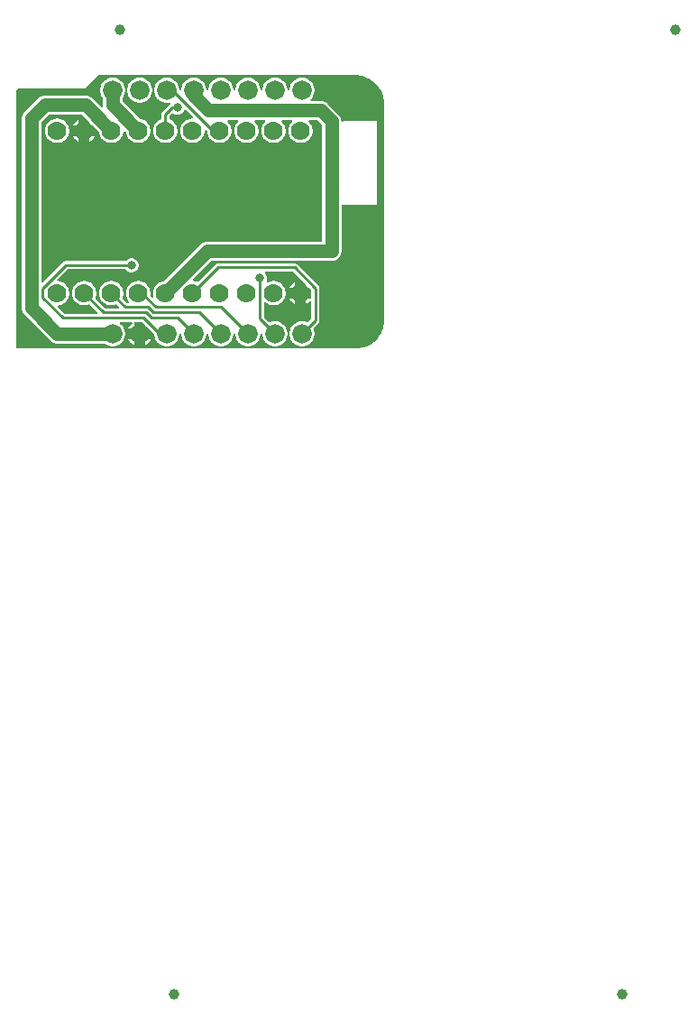
<source format=gtl>
G04 Layer: TopLayer*
G04 EasyEDA v6.5.9, 2022-07-22 15:10:41*
G04 7b4b3cc524da4ca09f73bc94dfdf97f7,4245c91a3b6e4cf7aa995480f5c7e4a3,10*
G04 Gerber Generator version 0.2*
G04 Scale: 100 percent, Rotated: No, Reflected: No *
G04 Dimensions in millimeters *
G04 leading zeros omitted , absolute positions ,4 integer and 5 decimal *
%FSLAX45Y45*%
%MOMM*%

%ADD10C,0.2500*%
%ADD11C,1.3000*%
%ADD12C,1.0000*%
%ADD13C,1.7780*%
%ADD14C,1.8288*%
%ADD15C,0.8000*%
%ADD16C,0.7000*%
%ADD17C,0.0154*%

%LPD*%
G36*
X734568Y17209008D02*
G01*
X730656Y17209770D01*
X727405Y17212005D01*
X725170Y17215256D01*
X724408Y17219168D01*
X724408Y19636232D01*
X725170Y19640143D01*
X727405Y19643394D01*
X730656Y19645630D01*
X734568Y19646392D01*
X1345793Y19646392D01*
X1349603Y19646696D01*
X1356664Y19648728D01*
X1361541Y19651472D01*
X1364792Y19654266D01*
X1480972Y19770394D01*
X1484274Y19772630D01*
X1488135Y19773392D01*
X3903472Y19773392D01*
X3909669Y19773950D01*
X3925620Y19773290D01*
X3946956Y19770699D01*
X3968089Y19766483D01*
X3988765Y19760641D01*
X4008932Y19753122D01*
X4028490Y19744131D01*
X4047236Y19733564D01*
X4065117Y19721576D01*
X4081983Y19708215D01*
X4097782Y19693585D01*
X4112361Y19677786D01*
X4125671Y19660870D01*
X4137558Y19642937D01*
X4148074Y19624141D01*
X4157065Y19604634D01*
X4164482Y19584416D01*
X4170273Y19563689D01*
X4174439Y19542556D01*
X4176928Y19521220D01*
X4177792Y19499427D01*
X4177792Y17483785D01*
X4176877Y17461179D01*
X4174337Y17439843D01*
X4170070Y17418710D01*
X4164228Y17398034D01*
X4156760Y17377867D01*
X4147718Y17358309D01*
X4137151Y17339564D01*
X4125163Y17321682D01*
X4111853Y17304816D01*
X4097223Y17289018D01*
X4081373Y17274438D01*
X4064457Y17261128D01*
X4046575Y17249241D01*
X4027779Y17238726D01*
X4008221Y17229734D01*
X3988003Y17222317D01*
X3967276Y17216526D01*
X3946194Y17212360D01*
X3924808Y17209871D01*
X3903014Y17209008D01*
G37*

%LPC*%
G36*
X1931670Y17243298D02*
G01*
X1936140Y17245380D01*
X1948586Y17253254D01*
X1959914Y17262652D01*
X1970024Y17273422D01*
X1978660Y17285309D01*
X1984603Y17296130D01*
X1931670Y17296130D01*
G37*
G36*
X1625600Y17230852D02*
G01*
X1640281Y17231817D01*
X1654759Y17234560D01*
X1668780Y17239132D01*
X1682140Y17245380D01*
X1694586Y17253254D01*
X1705914Y17262652D01*
X1716024Y17273422D01*
X1724660Y17285309D01*
X1731772Y17298263D01*
X1737207Y17311928D01*
X1740865Y17326203D01*
X1742693Y17340834D01*
X1742693Y17355566D01*
X1740865Y17370196D01*
X1737207Y17384471D01*
X1731772Y17398136D01*
X1724660Y17411090D01*
X1716024Y17422977D01*
X1705914Y17433747D01*
X1698701Y17439690D01*
X1696110Y17442891D01*
X1695043Y17446904D01*
X1695602Y17450968D01*
X1697786Y17454473D01*
X1701139Y17456861D01*
X1705203Y17457674D01*
X1799996Y17457674D01*
X1804060Y17456861D01*
X1807413Y17454473D01*
X1809597Y17450968D01*
X1810156Y17446904D01*
X1809089Y17442891D01*
X1806498Y17439690D01*
X1799285Y17433747D01*
X1789175Y17422977D01*
X1780539Y17411090D01*
X1774596Y17400270D01*
X1827530Y17400270D01*
X1827530Y17447514D01*
X1828292Y17451425D01*
X1830527Y17454727D01*
X1833778Y17456912D01*
X1837689Y17457674D01*
X1898650Y17457674D01*
X1902561Y17456912D01*
X1905863Y17454727D01*
X1928672Y17431867D01*
X1930907Y17428565D01*
X1931670Y17424704D01*
X1931670Y17400270D01*
X1956104Y17400270D01*
X1959965Y17399508D01*
X1963267Y17397272D01*
X2013559Y17346980D01*
X2015540Y17344288D01*
X2016455Y17341088D01*
X2018334Y17326203D01*
X2021992Y17311928D01*
X2027428Y17298263D01*
X2034539Y17285309D01*
X2043175Y17273422D01*
X2053285Y17262652D01*
X2064613Y17253254D01*
X2077059Y17245380D01*
X2090420Y17239132D01*
X2104440Y17234560D01*
X2118918Y17231817D01*
X2133600Y17230852D01*
X2148281Y17231817D01*
X2162759Y17234560D01*
X2176780Y17239132D01*
X2190140Y17245380D01*
X2202586Y17253254D01*
X2213914Y17262652D01*
X2224024Y17273422D01*
X2232660Y17285309D01*
X2239772Y17298263D01*
X2245207Y17311928D01*
X2248865Y17326203D01*
X2250541Y17339462D01*
X2251862Y17343374D01*
X2254707Y17346422D01*
X2258517Y17348098D01*
X2262682Y17348098D01*
X2266492Y17346422D01*
X2269337Y17343374D01*
X2270658Y17339462D01*
X2272334Y17326203D01*
X2275992Y17311928D01*
X2281428Y17298263D01*
X2288540Y17285309D01*
X2297176Y17273422D01*
X2307285Y17262652D01*
X2318613Y17253254D01*
X2331059Y17245380D01*
X2344420Y17239132D01*
X2358440Y17234560D01*
X2372918Y17231817D01*
X2387600Y17230852D01*
X2402281Y17231817D01*
X2416759Y17234560D01*
X2430780Y17239132D01*
X2444140Y17245380D01*
X2456586Y17253254D01*
X2467914Y17262652D01*
X2478024Y17273422D01*
X2486660Y17285309D01*
X2493772Y17298263D01*
X2499207Y17311928D01*
X2502865Y17326203D01*
X2504541Y17339462D01*
X2505862Y17343374D01*
X2508707Y17346422D01*
X2512517Y17348098D01*
X2516682Y17348098D01*
X2520492Y17346422D01*
X2523337Y17343374D01*
X2524658Y17339462D01*
X2526334Y17326203D01*
X2529992Y17311928D01*
X2535428Y17298263D01*
X2542540Y17285309D01*
X2551176Y17273422D01*
X2561285Y17262652D01*
X2572613Y17253254D01*
X2585059Y17245380D01*
X2598420Y17239132D01*
X2612440Y17234560D01*
X2626918Y17231817D01*
X2641600Y17230852D01*
X2656281Y17231817D01*
X2670759Y17234560D01*
X2684780Y17239132D01*
X2698140Y17245380D01*
X2710586Y17253254D01*
X2721914Y17262652D01*
X2732024Y17273422D01*
X2740660Y17285309D01*
X2747772Y17298263D01*
X2753207Y17311928D01*
X2756865Y17326203D01*
X2758541Y17339462D01*
X2759862Y17343374D01*
X2762707Y17346422D01*
X2766517Y17348098D01*
X2770682Y17348098D01*
X2774492Y17346422D01*
X2777337Y17343374D01*
X2778658Y17339462D01*
X2780334Y17326203D01*
X2783992Y17311928D01*
X2789428Y17298263D01*
X2796540Y17285309D01*
X2805176Y17273422D01*
X2815285Y17262652D01*
X2826613Y17253254D01*
X2839059Y17245380D01*
X2852420Y17239132D01*
X2866440Y17234560D01*
X2880918Y17231817D01*
X2895600Y17230852D01*
X2910281Y17231817D01*
X2924759Y17234560D01*
X2938780Y17239132D01*
X2952140Y17245380D01*
X2964586Y17253254D01*
X2975914Y17262652D01*
X2986024Y17273422D01*
X2994660Y17285309D01*
X3001772Y17298263D01*
X3007207Y17311928D01*
X3010865Y17326203D01*
X3012541Y17339462D01*
X3013862Y17343374D01*
X3016707Y17346422D01*
X3020517Y17348098D01*
X3024682Y17348098D01*
X3028492Y17346422D01*
X3031337Y17343374D01*
X3032658Y17339462D01*
X3034334Y17326203D01*
X3037992Y17311928D01*
X3043428Y17298263D01*
X3050540Y17285309D01*
X3059176Y17273422D01*
X3069285Y17262652D01*
X3080613Y17253254D01*
X3093059Y17245380D01*
X3106420Y17239132D01*
X3120440Y17234560D01*
X3134918Y17231817D01*
X3149600Y17230852D01*
X3164281Y17231817D01*
X3178759Y17234560D01*
X3192780Y17239132D01*
X3206140Y17245380D01*
X3218586Y17253254D01*
X3229914Y17262652D01*
X3240024Y17273422D01*
X3248660Y17285309D01*
X3255772Y17298263D01*
X3261207Y17311928D01*
X3264865Y17326203D01*
X3266541Y17339462D01*
X3267862Y17343374D01*
X3270707Y17346422D01*
X3274517Y17348098D01*
X3278682Y17348098D01*
X3282492Y17346422D01*
X3285337Y17343374D01*
X3286658Y17339462D01*
X3288334Y17326203D01*
X3291992Y17311928D01*
X3297428Y17298263D01*
X3304540Y17285309D01*
X3313176Y17273422D01*
X3323285Y17262652D01*
X3334613Y17253254D01*
X3347059Y17245380D01*
X3360420Y17239132D01*
X3374440Y17234560D01*
X3388918Y17231817D01*
X3403600Y17230852D01*
X3418281Y17231817D01*
X3432759Y17234560D01*
X3446779Y17239132D01*
X3460140Y17245380D01*
X3472586Y17253254D01*
X3483914Y17262652D01*
X3494024Y17273422D01*
X3502660Y17285309D01*
X3509772Y17298263D01*
X3515207Y17311928D01*
X3518865Y17326203D01*
X3520694Y17340834D01*
X3520694Y17355566D01*
X3518865Y17370196D01*
X3515207Y17384471D01*
X3511702Y17393310D01*
X3510991Y17397171D01*
X3511753Y17400981D01*
X3513937Y17404232D01*
X3558184Y17448428D01*
X3563264Y17454626D01*
X3566820Y17461280D01*
X3569004Y17468494D01*
X3569766Y17476470D01*
X3569766Y17771872D01*
X3569004Y17779847D01*
X3566820Y17787061D01*
X3563264Y17793716D01*
X3558184Y17799913D01*
X3360775Y17997322D01*
X3354578Y18002402D01*
X3347923Y18005958D01*
X3340709Y18008142D01*
X3332734Y18008904D01*
X2616708Y18008904D01*
X2608732Y18008142D01*
X2601518Y18005958D01*
X2594864Y18002402D01*
X2588666Y17997322D01*
X2428951Y17837607D01*
X2425750Y17835422D01*
X2421890Y17834610D01*
X2418029Y17835321D01*
X2410358Y17838369D01*
X2396388Y17841976D01*
X2386634Y17843195D01*
X2382418Y17844719D01*
X2379268Y17847919D01*
X2377795Y17852186D01*
X2378303Y17856657D01*
X2380742Y17860467D01*
X2549296Y18029021D01*
X2552598Y18031206D01*
X2556459Y18031968D01*
X3682847Y18031968D01*
X3689197Y18032222D01*
X3695395Y18032831D01*
X3701491Y18033898D01*
X3707536Y18035371D01*
X3713429Y18037251D01*
X3719220Y18039537D01*
X3724808Y18042178D01*
X3730244Y18045226D01*
X3735425Y18048630D01*
X3740353Y18052389D01*
X3745026Y18056453D01*
X3749446Y18060873D01*
X3753510Y18065546D01*
X3757269Y18070474D01*
X3760673Y18075656D01*
X3763721Y18081091D01*
X3766362Y18086679D01*
X3768648Y18092470D01*
X3770528Y18098363D01*
X3772001Y18104408D01*
X3773068Y18110504D01*
X3773678Y18116702D01*
X3773932Y18123052D01*
X3773932Y18547334D01*
X3774846Y18551550D01*
X3777487Y18555055D01*
X3781298Y18557087D01*
X3785666Y18557341D01*
X3791965Y18554700D01*
X4107434Y18554700D01*
X4108450Y18555716D01*
X4108450Y19341084D01*
X4107434Y19342100D01*
X3791965Y19342100D01*
X3785565Y19339204D01*
X3781348Y19339306D01*
X3777538Y19341084D01*
X3774795Y19344284D01*
X3773576Y19348297D01*
X3773068Y19354495D01*
X3771290Y19363791D01*
X3770579Y19366433D01*
X3766464Y19378168D01*
X3760774Y19389191D01*
X3755339Y19397167D01*
X3753612Y19399351D01*
X3747109Y19406565D01*
X3645865Y19507809D01*
X3638651Y19514312D01*
X3636467Y19516039D01*
X3628491Y19521474D01*
X3617468Y19527164D01*
X3605733Y19531279D01*
X3603091Y19531990D01*
X3590848Y19534124D01*
X3581146Y19534632D01*
X3494176Y19534632D01*
X3490366Y19535343D01*
X3487064Y19537527D01*
X3484879Y19540728D01*
X3484016Y19544538D01*
X3484727Y19548398D01*
X3486759Y19551700D01*
X3494024Y19559422D01*
X3502660Y19571309D01*
X3509772Y19584263D01*
X3515207Y19597928D01*
X3518865Y19612203D01*
X3520694Y19626834D01*
X3520694Y19641566D01*
X3518865Y19656196D01*
X3515207Y19670471D01*
X3509772Y19684136D01*
X3502660Y19697090D01*
X3494024Y19708977D01*
X3483914Y19719747D01*
X3472586Y19729145D01*
X3460140Y19737019D01*
X3446779Y19743267D01*
X3432759Y19747839D01*
X3418281Y19750582D01*
X3403600Y19751548D01*
X3388918Y19750582D01*
X3374440Y19747839D01*
X3360420Y19743267D01*
X3347059Y19737019D01*
X3334613Y19729145D01*
X3323285Y19719747D01*
X3313176Y19708977D01*
X3304540Y19697090D01*
X3297428Y19684136D01*
X3291992Y19670471D01*
X3288334Y19656196D01*
X3286658Y19642937D01*
X3285337Y19639026D01*
X3282492Y19635978D01*
X3278682Y19634301D01*
X3274517Y19634301D01*
X3270707Y19635978D01*
X3267862Y19639026D01*
X3266541Y19642937D01*
X3264865Y19656196D01*
X3261207Y19670471D01*
X3255772Y19684136D01*
X3248660Y19697090D01*
X3240024Y19708977D01*
X3229914Y19719747D01*
X3218586Y19729145D01*
X3206140Y19737019D01*
X3192780Y19743267D01*
X3178759Y19747839D01*
X3164281Y19750582D01*
X3149600Y19751548D01*
X3134918Y19750582D01*
X3120440Y19747839D01*
X3106420Y19743267D01*
X3093059Y19737019D01*
X3080613Y19729145D01*
X3069285Y19719747D01*
X3059176Y19708977D01*
X3050540Y19697090D01*
X3043428Y19684136D01*
X3037992Y19670471D01*
X3034334Y19656196D01*
X3032658Y19642937D01*
X3031337Y19639026D01*
X3028492Y19635978D01*
X3024682Y19634301D01*
X3020517Y19634301D01*
X3016707Y19635978D01*
X3013862Y19639026D01*
X3012541Y19642937D01*
X3010865Y19656196D01*
X3007207Y19670471D01*
X3001772Y19684136D01*
X2994660Y19697090D01*
X2986024Y19708977D01*
X2975914Y19719747D01*
X2964586Y19729145D01*
X2952140Y19737019D01*
X2938780Y19743267D01*
X2924759Y19747839D01*
X2910281Y19750582D01*
X2895600Y19751548D01*
X2880918Y19750582D01*
X2866440Y19747839D01*
X2852420Y19743267D01*
X2839059Y19737019D01*
X2826613Y19729145D01*
X2815285Y19719747D01*
X2805176Y19708977D01*
X2796540Y19697090D01*
X2789428Y19684136D01*
X2783992Y19670471D01*
X2780334Y19656196D01*
X2778658Y19642937D01*
X2777337Y19639026D01*
X2774492Y19635978D01*
X2770682Y19634301D01*
X2766517Y19634301D01*
X2762707Y19635978D01*
X2759862Y19639026D01*
X2758541Y19642937D01*
X2756865Y19656196D01*
X2753207Y19670471D01*
X2747772Y19684136D01*
X2740660Y19697090D01*
X2732024Y19708977D01*
X2721914Y19719747D01*
X2710586Y19729145D01*
X2698140Y19737019D01*
X2684780Y19743267D01*
X2670759Y19747839D01*
X2656281Y19750582D01*
X2641600Y19751548D01*
X2626918Y19750582D01*
X2612440Y19747839D01*
X2598420Y19743267D01*
X2585059Y19737019D01*
X2572613Y19729145D01*
X2561285Y19719747D01*
X2551176Y19708977D01*
X2542540Y19697090D01*
X2535428Y19684136D01*
X2529992Y19670471D01*
X2526334Y19656196D01*
X2524658Y19642937D01*
X2523337Y19639026D01*
X2520492Y19635978D01*
X2516682Y19634301D01*
X2512517Y19634301D01*
X2508707Y19635978D01*
X2505862Y19639026D01*
X2504541Y19642937D01*
X2502865Y19656196D01*
X2499207Y19670471D01*
X2493772Y19684136D01*
X2486660Y19697090D01*
X2478024Y19708977D01*
X2467914Y19719747D01*
X2456586Y19729145D01*
X2444140Y19737019D01*
X2430780Y19743267D01*
X2416759Y19747839D01*
X2402281Y19750582D01*
X2387600Y19751548D01*
X2372918Y19750582D01*
X2358440Y19747839D01*
X2344420Y19743267D01*
X2331059Y19737019D01*
X2318613Y19729145D01*
X2307285Y19719747D01*
X2297176Y19708977D01*
X2288540Y19697090D01*
X2281428Y19684136D01*
X2275992Y19670471D01*
X2272334Y19656196D01*
X2270658Y19642937D01*
X2269337Y19639026D01*
X2266492Y19635978D01*
X2262682Y19634301D01*
X2258517Y19634301D01*
X2254707Y19635978D01*
X2251862Y19639026D01*
X2250541Y19642937D01*
X2248865Y19656196D01*
X2245207Y19670471D01*
X2239772Y19684136D01*
X2232660Y19697090D01*
X2224024Y19708977D01*
X2213914Y19719747D01*
X2202586Y19729145D01*
X2190140Y19737019D01*
X2176780Y19743267D01*
X2162759Y19747839D01*
X2148281Y19750582D01*
X2133600Y19751548D01*
X2118918Y19750582D01*
X2104440Y19747839D01*
X2090420Y19743267D01*
X2077059Y19737019D01*
X2064613Y19729145D01*
X2053285Y19719747D01*
X2043175Y19708977D01*
X2034539Y19697090D01*
X2027428Y19684136D01*
X2021992Y19670471D01*
X2018334Y19656196D01*
X2016658Y19642937D01*
X2015337Y19639026D01*
X2012492Y19635978D01*
X2008682Y19634301D01*
X2004517Y19634301D01*
X2000707Y19635978D01*
X1997862Y19639026D01*
X1996541Y19642937D01*
X1994865Y19656196D01*
X1991207Y19670471D01*
X1985772Y19684136D01*
X1978660Y19697090D01*
X1970024Y19708977D01*
X1959914Y19719747D01*
X1948586Y19729145D01*
X1936140Y19737019D01*
X1922780Y19743267D01*
X1908759Y19747839D01*
X1894281Y19750582D01*
X1879600Y19751548D01*
X1864918Y19750582D01*
X1850440Y19747839D01*
X1836420Y19743267D01*
X1823059Y19737019D01*
X1810613Y19729145D01*
X1799285Y19719747D01*
X1789175Y19708977D01*
X1780539Y19697090D01*
X1773428Y19684136D01*
X1767992Y19670471D01*
X1764334Y19656196D01*
X1762658Y19642937D01*
X1761337Y19639026D01*
X1758492Y19635978D01*
X1754682Y19634301D01*
X1750517Y19634301D01*
X1746707Y19635978D01*
X1743862Y19639026D01*
X1742541Y19642937D01*
X1740865Y19656196D01*
X1737207Y19670471D01*
X1731772Y19684136D01*
X1724660Y19697090D01*
X1716024Y19708977D01*
X1705914Y19719747D01*
X1694586Y19729145D01*
X1682140Y19737019D01*
X1668780Y19743267D01*
X1654759Y19747839D01*
X1640281Y19750582D01*
X1625600Y19751548D01*
X1610918Y19750582D01*
X1596440Y19747839D01*
X1582420Y19743267D01*
X1569059Y19737019D01*
X1556613Y19729145D01*
X1545285Y19719747D01*
X1535176Y19708977D01*
X1526540Y19697090D01*
X1519428Y19684136D01*
X1513992Y19670471D01*
X1510334Y19656196D01*
X1508506Y19641566D01*
X1508506Y19626834D01*
X1510334Y19612203D01*
X1513992Y19597928D01*
X1519428Y19584263D01*
X1526540Y19571309D01*
X1532737Y19562775D01*
X1534210Y19559930D01*
X1534668Y19556831D01*
X1534668Y19494754D01*
X1535226Y19484492D01*
X1534617Y19480479D01*
X1532534Y19477024D01*
X1529232Y19474637D01*
X1525270Y19473773D01*
X1521307Y19474535D01*
X1517904Y19476770D01*
X1436065Y19558609D01*
X1428851Y19565112D01*
X1426667Y19566839D01*
X1418691Y19572274D01*
X1407668Y19577964D01*
X1395933Y19582079D01*
X1393291Y19582790D01*
X1381048Y19584924D01*
X1371346Y19585432D01*
X990853Y19585432D01*
X981151Y19584924D01*
X968908Y19582790D01*
X966266Y19582079D01*
X954532Y19577964D01*
X943508Y19572274D01*
X935532Y19566839D01*
X933348Y19565112D01*
X926134Y19558609D01*
X799490Y19431965D01*
X792988Y19424751D01*
X791260Y19422567D01*
X785825Y19414591D01*
X780135Y19403568D01*
X776020Y19391833D01*
X775309Y19389191D01*
X773176Y19376948D01*
X772668Y19367246D01*
X772668Y17589754D01*
X773176Y17580051D01*
X775309Y17567808D01*
X776020Y17565166D01*
X780135Y17553432D01*
X785825Y17542408D01*
X791260Y17534432D01*
X792988Y17532248D01*
X799490Y17525034D01*
X1040434Y17284090D01*
X1047648Y17277588D01*
X1049832Y17275860D01*
X1057808Y17270425D01*
X1068832Y17264735D01*
X1080566Y17260620D01*
X1083208Y17259909D01*
X1095451Y17257776D01*
X1105154Y17257268D01*
X1548130Y17257268D01*
X1551584Y17256709D01*
X1554581Y17254982D01*
X1556613Y17253254D01*
X1569059Y17245380D01*
X1582420Y17239132D01*
X1596440Y17234560D01*
X1610918Y17231817D01*
G37*
G36*
X1827530Y17243298D02*
G01*
X1827530Y17296130D01*
X1774596Y17296130D01*
X1780539Y17285309D01*
X1789175Y17273422D01*
X1799285Y17262652D01*
X1810613Y17253254D01*
X1823059Y17245380D01*
G37*

%LPD*%
G36*
X1177696Y17534483D02*
G01*
X1173784Y17535296D01*
X1170533Y17537480D01*
X1110132Y17597882D01*
X1107744Y17601692D01*
X1107186Y17606162D01*
X1108659Y17610378D01*
X1111808Y17613579D01*
X1116025Y17615154D01*
X1126388Y17616424D01*
X1140358Y17620030D01*
X1153769Y17625314D01*
X1166418Y17632273D01*
X1178052Y17640757D01*
X1188567Y17650612D01*
X1197762Y17661737D01*
X1205484Y17673878D01*
X1211630Y17686934D01*
X1216101Y17700650D01*
X1218793Y17714823D01*
X1219708Y17729200D01*
X1218793Y17743576D01*
X1216101Y17757749D01*
X1211630Y17771465D01*
X1205484Y17784521D01*
X1197762Y17796662D01*
X1188567Y17807787D01*
X1178052Y17817642D01*
X1166418Y17826126D01*
X1153769Y17833086D01*
X1140358Y17838369D01*
X1126388Y17841976D01*
X1113332Y17843601D01*
X1109116Y17845125D01*
X1105966Y17848326D01*
X1104493Y17852593D01*
X1105052Y17857063D01*
X1107440Y17860873D01*
X1196594Y17950027D01*
X1199896Y17952212D01*
X1203807Y17953024D01*
X1746250Y17953024D01*
X1749348Y17952516D01*
X1752142Y17951145D01*
X1755292Y17947741D01*
X1762963Y17940375D01*
X1771700Y17934330D01*
X1781251Y17929809D01*
X1791462Y17926862D01*
X1801977Y17925592D01*
X1812543Y17925999D01*
X1822957Y17928132D01*
X1832864Y17931892D01*
X1842058Y17937175D01*
X1850237Y17943880D01*
X1857298Y17951805D01*
X1862937Y17960797D01*
X1867103Y17970550D01*
X1869643Y17980812D01*
X1870506Y17991378D01*
X1869643Y18001996D01*
X1867103Y18012257D01*
X1862937Y18022011D01*
X1857298Y18031002D01*
X1850237Y18038927D01*
X1842058Y18045633D01*
X1832864Y18050916D01*
X1822957Y18054675D01*
X1812543Y18056809D01*
X1801977Y18057215D01*
X1791462Y18055945D01*
X1781251Y18052999D01*
X1771700Y18048478D01*
X1762963Y18042432D01*
X1755292Y18035066D01*
X1752142Y18031714D01*
X1749348Y18030291D01*
X1746300Y18029834D01*
X1184148Y18029834D01*
X1176172Y18029021D01*
X1169009Y18026837D01*
X1162354Y18023332D01*
X1156157Y18018201D01*
X971854Y17833898D01*
X968552Y17831714D01*
X964692Y17830952D01*
X960780Y17831714D01*
X957478Y17833898D01*
X955294Y17837200D01*
X954532Y17841112D01*
X954532Y19325640D01*
X955294Y19329501D01*
X957478Y19332803D01*
X1025296Y19400621D01*
X1028598Y19402806D01*
X1032459Y19403568D01*
X1329740Y19403568D01*
X1333601Y19402806D01*
X1336903Y19400621D01*
X1406702Y19330822D01*
X1408938Y19327520D01*
X1409700Y19323608D01*
X1409700Y19304000D01*
X1429308Y19304000D01*
X1433220Y19303238D01*
X1436522Y19301002D01*
X1496872Y19240652D01*
X1498650Y19238214D01*
X1499666Y19235369D01*
X1501698Y19224650D01*
X1506169Y19210934D01*
X1512316Y19197878D01*
X1520037Y19185737D01*
X1529232Y19174612D01*
X1539748Y19164757D01*
X1551381Y19156273D01*
X1564030Y19149314D01*
X1577441Y19144030D01*
X1591411Y19140424D01*
X1605686Y19138646D01*
X1620113Y19138646D01*
X1634388Y19140424D01*
X1648358Y19144030D01*
X1661769Y19149314D01*
X1674418Y19156273D01*
X1686052Y19164757D01*
X1696567Y19174612D01*
X1705762Y19185737D01*
X1713484Y19197878D01*
X1719630Y19210934D01*
X1724101Y19224650D01*
X1726793Y19238823D01*
X1726895Y19240754D01*
X1727860Y19244513D01*
X1730146Y19247612D01*
X1733448Y19249644D01*
X1737258Y19250304D01*
X1741017Y19249491D01*
X1744218Y19247307D01*
X1750872Y19240652D01*
X1752650Y19238214D01*
X1753666Y19235369D01*
X1755698Y19224650D01*
X1760169Y19210934D01*
X1766316Y19197878D01*
X1774037Y19185737D01*
X1783232Y19174612D01*
X1793748Y19164757D01*
X1805381Y19156273D01*
X1818030Y19149314D01*
X1831441Y19144030D01*
X1845411Y19140424D01*
X1859686Y19138646D01*
X1874113Y19138646D01*
X1888388Y19140424D01*
X1902358Y19144030D01*
X1915769Y19149314D01*
X1928418Y19156273D01*
X1940052Y19164757D01*
X1950567Y19174612D01*
X1959762Y19185737D01*
X1967484Y19197878D01*
X1973630Y19210934D01*
X1978101Y19224650D01*
X1980793Y19238823D01*
X1981707Y19253200D01*
X1980793Y19267576D01*
X1978101Y19281749D01*
X1973630Y19295465D01*
X1967484Y19308521D01*
X1959762Y19320662D01*
X1950567Y19331787D01*
X1940052Y19341642D01*
X1928418Y19350126D01*
X1915769Y19357086D01*
X1902358Y19362369D01*
X1888388Y19365976D01*
X1885340Y19366331D01*
X1882139Y19367296D01*
X1879447Y19369227D01*
X1719478Y19529196D01*
X1717293Y19532498D01*
X1716532Y19536359D01*
X1716532Y19556831D01*
X1716989Y19559930D01*
X1718462Y19562775D01*
X1724660Y19571309D01*
X1731772Y19584263D01*
X1737207Y19597928D01*
X1740865Y19612203D01*
X1742541Y19625462D01*
X1743862Y19629374D01*
X1746707Y19632422D01*
X1750517Y19634098D01*
X1754682Y19634098D01*
X1758492Y19632422D01*
X1761337Y19629374D01*
X1762658Y19625462D01*
X1764334Y19612203D01*
X1767992Y19597928D01*
X1773428Y19584263D01*
X1780539Y19571309D01*
X1789175Y19559422D01*
X1799285Y19548652D01*
X1810613Y19539254D01*
X1823059Y19531380D01*
X1836420Y19525132D01*
X1850440Y19520560D01*
X1864918Y19517817D01*
X1879600Y19516852D01*
X1894281Y19517817D01*
X1908759Y19520560D01*
X1922780Y19525132D01*
X1936140Y19531380D01*
X1948586Y19539254D01*
X1959914Y19548652D01*
X1970024Y19559422D01*
X1978660Y19571309D01*
X1985772Y19584263D01*
X1991207Y19597928D01*
X1994865Y19612203D01*
X1996541Y19625462D01*
X1997862Y19629374D01*
X2000707Y19632422D01*
X2004517Y19634098D01*
X2008682Y19634098D01*
X2012492Y19632422D01*
X2015337Y19629374D01*
X2016658Y19625462D01*
X2018334Y19612203D01*
X2021992Y19597928D01*
X2027428Y19584263D01*
X2034539Y19571309D01*
X2043175Y19559422D01*
X2053285Y19548652D01*
X2064613Y19539254D01*
X2077059Y19531380D01*
X2090420Y19525132D01*
X2104440Y19520560D01*
X2118918Y19517817D01*
X2133600Y19516852D01*
X2148281Y19517817D01*
X2155037Y19519087D01*
X2159508Y19518934D01*
X2163419Y19516902D01*
X2166162Y19513397D01*
X2167128Y19509079D01*
X2166112Y19504761D01*
X2163419Y19501256D01*
X2156866Y19495922D01*
X2094077Y19433133D01*
X2088997Y19426936D01*
X2085441Y19420281D01*
X2083257Y19413067D01*
X2082495Y19405092D01*
X2082495Y19368109D01*
X2081682Y19364198D01*
X2079447Y19360845D01*
X2076094Y19358660D01*
X2072030Y19357086D01*
X2059381Y19350126D01*
X2047748Y19341642D01*
X2037232Y19331787D01*
X2028037Y19320662D01*
X2020316Y19308521D01*
X2014169Y19295465D01*
X2009698Y19281749D01*
X2007006Y19267576D01*
X2006092Y19253200D01*
X2007006Y19238823D01*
X2009698Y19224650D01*
X2014169Y19210934D01*
X2020316Y19197878D01*
X2028037Y19185737D01*
X2037232Y19174612D01*
X2047748Y19164757D01*
X2059381Y19156273D01*
X2072030Y19149314D01*
X2085441Y19144030D01*
X2099411Y19140424D01*
X2113686Y19138646D01*
X2128113Y19138646D01*
X2142388Y19140424D01*
X2156358Y19144030D01*
X2169769Y19149314D01*
X2182418Y19156273D01*
X2194052Y19164757D01*
X2204567Y19174612D01*
X2213762Y19185737D01*
X2221484Y19197878D01*
X2227630Y19210934D01*
X2232101Y19224650D01*
X2234793Y19238823D01*
X2235708Y19253200D01*
X2234793Y19267576D01*
X2232101Y19281749D01*
X2227630Y19295465D01*
X2221484Y19308521D01*
X2213762Y19320662D01*
X2204567Y19331787D01*
X2194052Y19341642D01*
X2182418Y19350126D01*
X2169769Y19357086D01*
X2165705Y19358660D01*
X2162352Y19360845D01*
X2160117Y19364198D01*
X2159304Y19368109D01*
X2159304Y19385483D01*
X2160066Y19389394D01*
X2162302Y19392646D01*
X2184095Y19414490D01*
X2186990Y19416471D01*
X2190343Y19417385D01*
X2193848Y19417131D01*
X2197049Y19415658D01*
X2202281Y19412051D01*
X2211832Y19407530D01*
X2222042Y19404533D01*
X2232558Y19403263D01*
X2243124Y19403720D01*
X2253538Y19405803D01*
X2263444Y19409562D01*
X2272639Y19414896D01*
X2280818Y19421602D01*
X2287879Y19429526D01*
X2293518Y19438467D01*
X2296617Y19445782D01*
X2298852Y19449034D01*
X2302154Y19451218D01*
X2306015Y19451980D01*
X2309876Y19451167D01*
X2313178Y19448983D01*
X2377033Y19385127D01*
X2379268Y19381825D01*
X2380030Y19377914D01*
X2379268Y19374053D01*
X2377033Y19370751D01*
X2373782Y19368516D01*
X2369870Y19367754D01*
X2367686Y19367754D01*
X2353411Y19365976D01*
X2339441Y19362369D01*
X2326030Y19357086D01*
X2313381Y19350126D01*
X2301748Y19341642D01*
X2291232Y19331787D01*
X2282037Y19320662D01*
X2274316Y19308521D01*
X2268169Y19295465D01*
X2263698Y19281749D01*
X2261006Y19267576D01*
X2260092Y19253200D01*
X2261006Y19238823D01*
X2263698Y19224650D01*
X2268169Y19210934D01*
X2274316Y19197878D01*
X2282037Y19185737D01*
X2291232Y19174612D01*
X2301748Y19164757D01*
X2313381Y19156273D01*
X2326030Y19149314D01*
X2339441Y19144030D01*
X2353411Y19140424D01*
X2367686Y19138646D01*
X2382113Y19138646D01*
X2396388Y19140424D01*
X2410358Y19144030D01*
X2423769Y19149314D01*
X2436418Y19156273D01*
X2448052Y19164757D01*
X2458567Y19174612D01*
X2467762Y19185737D01*
X2475484Y19197878D01*
X2481630Y19210934D01*
X2486101Y19224650D01*
X2488793Y19238823D01*
X2489403Y19248882D01*
X2490368Y19252590D01*
X2492654Y19255740D01*
X2495956Y19257721D01*
X2499766Y19258381D01*
X2503525Y19257568D01*
X2506726Y19255435D01*
X2511755Y19250406D01*
X2513838Y19247408D01*
X2514701Y19243852D01*
X2515006Y19238823D01*
X2517698Y19224650D01*
X2522169Y19210934D01*
X2528316Y19197878D01*
X2536037Y19185737D01*
X2545232Y19174612D01*
X2555748Y19164757D01*
X2567381Y19156273D01*
X2580030Y19149314D01*
X2593441Y19144030D01*
X2607411Y19140424D01*
X2621686Y19138646D01*
X2636113Y19138646D01*
X2650388Y19140424D01*
X2664358Y19144030D01*
X2677769Y19149314D01*
X2690418Y19156273D01*
X2702052Y19164757D01*
X2712567Y19174612D01*
X2721762Y19185737D01*
X2729484Y19197878D01*
X2735630Y19210934D01*
X2740101Y19224650D01*
X2742793Y19238823D01*
X2743708Y19253200D01*
X2742793Y19267576D01*
X2740101Y19281749D01*
X2735630Y19295465D01*
X2729484Y19308521D01*
X2721762Y19320662D01*
X2712567Y19331787D01*
X2708910Y19335242D01*
X2706573Y19338493D01*
X2705709Y19342404D01*
X2706420Y19346367D01*
X2708605Y19349720D01*
X2711907Y19352006D01*
X2715869Y19352768D01*
X2795930Y19352768D01*
X2799892Y19352006D01*
X2803194Y19349720D01*
X2805379Y19346367D01*
X2806090Y19342404D01*
X2805226Y19338493D01*
X2802890Y19335242D01*
X2799232Y19331787D01*
X2790037Y19320662D01*
X2782316Y19308521D01*
X2776169Y19295465D01*
X2771698Y19281749D01*
X2769006Y19267576D01*
X2768092Y19253200D01*
X2769006Y19238823D01*
X2771698Y19224650D01*
X2776169Y19210934D01*
X2782316Y19197878D01*
X2790037Y19185737D01*
X2799232Y19174612D01*
X2809748Y19164757D01*
X2821381Y19156273D01*
X2834030Y19149314D01*
X2847441Y19144030D01*
X2861411Y19140424D01*
X2875686Y19138646D01*
X2890113Y19138646D01*
X2904388Y19140424D01*
X2918358Y19144030D01*
X2931769Y19149314D01*
X2944418Y19156273D01*
X2956052Y19164757D01*
X2966567Y19174612D01*
X2975762Y19185737D01*
X2983484Y19197878D01*
X2989630Y19210934D01*
X2994101Y19224650D01*
X2996793Y19238823D01*
X2997708Y19253200D01*
X2996793Y19267576D01*
X2994101Y19281749D01*
X2989630Y19295465D01*
X2983484Y19308521D01*
X2975762Y19320662D01*
X2966567Y19331787D01*
X2962910Y19335242D01*
X2960573Y19338493D01*
X2959709Y19342404D01*
X2960420Y19346367D01*
X2962605Y19349720D01*
X2965907Y19352006D01*
X2969869Y19352768D01*
X3049930Y19352768D01*
X3053892Y19352006D01*
X3057194Y19349720D01*
X3059379Y19346367D01*
X3060090Y19342404D01*
X3059226Y19338493D01*
X3056890Y19335242D01*
X3053232Y19331787D01*
X3044037Y19320662D01*
X3036316Y19308521D01*
X3030169Y19295465D01*
X3025698Y19281749D01*
X3023006Y19267576D01*
X3022092Y19253200D01*
X3023006Y19238823D01*
X3025698Y19224650D01*
X3030169Y19210934D01*
X3036316Y19197878D01*
X3044037Y19185737D01*
X3053232Y19174612D01*
X3063748Y19164757D01*
X3075381Y19156273D01*
X3088030Y19149314D01*
X3101441Y19144030D01*
X3115411Y19140424D01*
X3129686Y19138646D01*
X3144113Y19138646D01*
X3158388Y19140424D01*
X3172358Y19144030D01*
X3185769Y19149314D01*
X3198418Y19156273D01*
X3210052Y19164757D01*
X3220567Y19174612D01*
X3229762Y19185737D01*
X3237484Y19197878D01*
X3243630Y19210934D01*
X3248101Y19224650D01*
X3250793Y19238823D01*
X3251708Y19253200D01*
X3250793Y19267576D01*
X3248101Y19281749D01*
X3243630Y19295465D01*
X3237484Y19308521D01*
X3229762Y19320662D01*
X3220567Y19331787D01*
X3216910Y19335242D01*
X3214573Y19338493D01*
X3213709Y19342404D01*
X3214420Y19346367D01*
X3216605Y19349720D01*
X3219907Y19352006D01*
X3223869Y19352768D01*
X3303930Y19352768D01*
X3307892Y19352006D01*
X3311194Y19349720D01*
X3313379Y19346367D01*
X3314090Y19342404D01*
X3313226Y19338493D01*
X3310890Y19335242D01*
X3307232Y19331787D01*
X3298037Y19320662D01*
X3290315Y19308521D01*
X3284169Y19295465D01*
X3279698Y19281749D01*
X3277006Y19267576D01*
X3276092Y19253200D01*
X3277006Y19238823D01*
X3279698Y19224650D01*
X3284169Y19210934D01*
X3290315Y19197878D01*
X3298037Y19185737D01*
X3307232Y19174612D01*
X3317748Y19164757D01*
X3329381Y19156273D01*
X3342030Y19149314D01*
X3355441Y19144030D01*
X3369411Y19140424D01*
X3383686Y19138646D01*
X3398113Y19138646D01*
X3412388Y19140424D01*
X3426358Y19144030D01*
X3439769Y19149314D01*
X3452418Y19156273D01*
X3464051Y19164757D01*
X3474567Y19174612D01*
X3483762Y19185737D01*
X3491484Y19197878D01*
X3497630Y19210934D01*
X3502101Y19224650D01*
X3504793Y19238823D01*
X3505708Y19253200D01*
X3504793Y19267576D01*
X3502101Y19281749D01*
X3497630Y19295465D01*
X3491484Y19308521D01*
X3483762Y19320662D01*
X3474567Y19331787D01*
X3470910Y19335242D01*
X3468573Y19338493D01*
X3467709Y19342404D01*
X3468420Y19346367D01*
X3470605Y19349720D01*
X3473907Y19352006D01*
X3477869Y19352768D01*
X3539540Y19352768D01*
X3543401Y19352006D01*
X3546703Y19349821D01*
X3589121Y19307403D01*
X3591306Y19304101D01*
X3592068Y19300240D01*
X3592068Y18223992D01*
X3591306Y18220080D01*
X3589121Y18216778D01*
X3585819Y18214594D01*
X3581908Y18213832D01*
X2514854Y18213832D01*
X2505151Y18213324D01*
X2492908Y18211190D01*
X2490266Y18210479D01*
X2478532Y18206364D01*
X2467508Y18200674D01*
X2459532Y18195239D01*
X2457348Y18193512D01*
X2450134Y18187009D01*
X2108352Y17845227D01*
X2105660Y17843296D01*
X2102459Y17842331D01*
X2099411Y17841976D01*
X2085441Y17838369D01*
X2072030Y17833086D01*
X2059381Y17826126D01*
X2047748Y17817642D01*
X2037232Y17807787D01*
X2028037Y17796662D01*
X2020316Y17784521D01*
X2014169Y17771465D01*
X2009698Y17757749D01*
X2007006Y17743576D01*
X2006092Y17729200D01*
X2007006Y17714823D01*
X2009648Y17701006D01*
X2009546Y17696688D01*
X2007717Y17692878D01*
X2004415Y17690084D01*
X2000300Y17688966D01*
X1996084Y17689576D01*
X1992477Y17691912D01*
X1982774Y17701615D01*
X1980895Y17704257D01*
X1979930Y17707406D01*
X1979980Y17710708D01*
X1980793Y17714823D01*
X1981707Y17729200D01*
X1980793Y17743576D01*
X1978101Y17757749D01*
X1973630Y17771465D01*
X1967484Y17784521D01*
X1959762Y17796662D01*
X1950567Y17807787D01*
X1940052Y17817642D01*
X1928418Y17826126D01*
X1915769Y17833086D01*
X1902358Y17838369D01*
X1888388Y17841976D01*
X1874113Y17843754D01*
X1859686Y17843754D01*
X1845411Y17841976D01*
X1831441Y17838369D01*
X1818030Y17833086D01*
X1805381Y17826126D01*
X1793748Y17817642D01*
X1783232Y17807787D01*
X1774037Y17796662D01*
X1766316Y17784521D01*
X1760169Y17771465D01*
X1755698Y17757749D01*
X1753006Y17743576D01*
X1752092Y17729200D01*
X1753006Y17714823D01*
X1755698Y17700650D01*
X1760169Y17686934D01*
X1766316Y17673878D01*
X1774037Y17661737D01*
X1781606Y17652593D01*
X1783435Y17649240D01*
X1783892Y17645481D01*
X1782978Y17641773D01*
X1780743Y17638725D01*
X1777492Y17636642D01*
X1773783Y17635931D01*
X1764690Y17635931D01*
X1760778Y17636744D01*
X1757527Y17638928D01*
X1721408Y17674996D01*
X1719173Y17678450D01*
X1718462Y17682514D01*
X1719630Y17686934D01*
X1724101Y17700650D01*
X1726793Y17714823D01*
X1727707Y17729200D01*
X1726793Y17743576D01*
X1724101Y17757749D01*
X1719630Y17771465D01*
X1713484Y17784521D01*
X1705762Y17796662D01*
X1696567Y17807787D01*
X1686052Y17817642D01*
X1674418Y17826126D01*
X1661769Y17833086D01*
X1648358Y17838369D01*
X1634388Y17841976D01*
X1620113Y17843754D01*
X1605686Y17843754D01*
X1591411Y17841976D01*
X1577441Y17838369D01*
X1564030Y17833086D01*
X1551381Y17826126D01*
X1539748Y17817642D01*
X1529232Y17807787D01*
X1520037Y17796662D01*
X1512316Y17784521D01*
X1506169Y17771465D01*
X1501698Y17757749D01*
X1499006Y17743576D01*
X1498092Y17729200D01*
X1499006Y17714823D01*
X1501698Y17700650D01*
X1506169Y17686934D01*
X1512316Y17673878D01*
X1520037Y17661737D01*
X1529232Y17650612D01*
X1539748Y17640757D01*
X1551381Y17632273D01*
X1564030Y17625314D01*
X1577441Y17620030D01*
X1591411Y17616424D01*
X1605686Y17614646D01*
X1620113Y17614646D01*
X1634388Y17616424D01*
X1648358Y17620030D01*
X1656080Y17623078D01*
X1659889Y17623790D01*
X1663750Y17622977D01*
X1667002Y17620792D01*
X1685239Y17602555D01*
X1687423Y17599253D01*
X1688185Y17595392D01*
X1687423Y17591481D01*
X1685239Y17588179D01*
X1681937Y17585994D01*
X1678025Y17585232D01*
X1561439Y17585232D01*
X1557528Y17585994D01*
X1554226Y17588179D01*
X1467408Y17674996D01*
X1465173Y17678450D01*
X1464462Y17682514D01*
X1465630Y17686934D01*
X1470101Y17700650D01*
X1472793Y17714823D01*
X1473708Y17729200D01*
X1472793Y17743576D01*
X1470101Y17757749D01*
X1465630Y17771465D01*
X1459484Y17784521D01*
X1451762Y17796662D01*
X1442567Y17807787D01*
X1432052Y17817642D01*
X1420418Y17826126D01*
X1407769Y17833086D01*
X1394358Y17838369D01*
X1380388Y17841976D01*
X1366113Y17843754D01*
X1351686Y17843754D01*
X1337411Y17841976D01*
X1323441Y17838369D01*
X1310030Y17833086D01*
X1297381Y17826126D01*
X1285748Y17817642D01*
X1275232Y17807787D01*
X1266037Y17796662D01*
X1258316Y17784521D01*
X1252169Y17771465D01*
X1247698Y17757749D01*
X1245006Y17743576D01*
X1244092Y17729200D01*
X1245006Y17714823D01*
X1247698Y17700650D01*
X1252169Y17686934D01*
X1258316Y17673878D01*
X1266037Y17661737D01*
X1275232Y17650612D01*
X1285748Y17640757D01*
X1297381Y17632273D01*
X1310030Y17625314D01*
X1323441Y17620030D01*
X1337411Y17616424D01*
X1351686Y17614646D01*
X1366113Y17614646D01*
X1380388Y17616424D01*
X1394358Y17620030D01*
X1402080Y17623078D01*
X1405890Y17623790D01*
X1409750Y17622977D01*
X1413002Y17620792D01*
X1481937Y17551857D01*
X1484172Y17548555D01*
X1484934Y17544643D01*
X1484172Y17540782D01*
X1481937Y17537480D01*
X1478635Y17535296D01*
X1474774Y17534483D01*
G37*

%LPC*%
G36*
X1097686Y19138646D02*
G01*
X1112113Y19138646D01*
X1126388Y19140424D01*
X1140358Y19144030D01*
X1153769Y19149314D01*
X1166418Y19156273D01*
X1178052Y19164757D01*
X1188567Y19174612D01*
X1197762Y19185737D01*
X1205484Y19197878D01*
X1211630Y19210934D01*
X1216101Y19224650D01*
X1218793Y19238823D01*
X1219708Y19253200D01*
X1218793Y19267576D01*
X1216101Y19281749D01*
X1211630Y19295465D01*
X1205484Y19308521D01*
X1197762Y19320662D01*
X1188567Y19331787D01*
X1178052Y19341642D01*
X1166418Y19350126D01*
X1153769Y19357086D01*
X1140358Y19362369D01*
X1126388Y19365976D01*
X1112113Y19367754D01*
X1097686Y19367754D01*
X1083411Y19365976D01*
X1069441Y19362369D01*
X1056030Y19357086D01*
X1043381Y19350126D01*
X1031748Y19341642D01*
X1021232Y19331787D01*
X1012037Y19320662D01*
X1004316Y19308521D01*
X998169Y19295465D01*
X993698Y19281749D01*
X991006Y19267576D01*
X990092Y19253200D01*
X991006Y19238823D01*
X993698Y19224650D01*
X998169Y19210934D01*
X1004316Y19197878D01*
X1012037Y19185737D01*
X1021232Y19174612D01*
X1031748Y19164757D01*
X1043381Y19156273D01*
X1056030Y19149314D01*
X1069441Y19144030D01*
X1083411Y19140424D01*
G37*
G36*
X1308100Y19150380D02*
G01*
X1308100Y19202400D01*
X1256182Y19202400D01*
X1258316Y19197878D01*
X1266037Y19185737D01*
X1275232Y19174612D01*
X1285748Y19164757D01*
X1297381Y19156273D01*
G37*
G36*
X1409700Y19150380D02*
G01*
X1420418Y19156273D01*
X1432052Y19164757D01*
X1442567Y19174612D01*
X1451762Y19185737D01*
X1459484Y19197878D01*
X1461617Y19202400D01*
X1409700Y19202400D01*
G37*
G36*
X1256182Y19304000D02*
G01*
X1308100Y19304000D01*
X1308100Y19356019D01*
X1297381Y19350126D01*
X1285748Y19341642D01*
X1275232Y19331787D01*
X1266037Y19320662D01*
X1258316Y19308521D01*
G37*

%LPD*%
G36*
X3274517Y17348301D02*
G01*
X3270707Y17349978D01*
X3267862Y17353026D01*
X3266541Y17356937D01*
X3264865Y17370196D01*
X3261207Y17384471D01*
X3255772Y17398136D01*
X3248660Y17411090D01*
X3240024Y17422977D01*
X3229914Y17433747D01*
X3218586Y17443145D01*
X3206140Y17451019D01*
X3192780Y17457267D01*
X3178759Y17461839D01*
X3164281Y17464582D01*
X3149600Y17465548D01*
X3134918Y17464582D01*
X3120440Y17461839D01*
X3106420Y17457267D01*
X3104997Y17456607D01*
X3100984Y17455642D01*
X3096920Y17456353D01*
X3093466Y17458639D01*
X3051302Y17500854D01*
X3049066Y17504105D01*
X3048304Y17508016D01*
X3048304Y17632019D01*
X3049270Y17636337D01*
X3052013Y17639842D01*
X3055924Y17641874D01*
X3060395Y17641976D01*
X3064459Y17640249D01*
X3075381Y17632273D01*
X3088030Y17625314D01*
X3101441Y17620030D01*
X3115411Y17616424D01*
X3129686Y17614646D01*
X3144113Y17614646D01*
X3158388Y17616424D01*
X3172358Y17620030D01*
X3185769Y17625314D01*
X3198418Y17632273D01*
X3210052Y17640757D01*
X3220567Y17650612D01*
X3229762Y17661737D01*
X3237484Y17673878D01*
X3243630Y17686934D01*
X3248101Y17700650D01*
X3250793Y17714823D01*
X3251708Y17729200D01*
X3250793Y17743576D01*
X3248101Y17757749D01*
X3243630Y17771465D01*
X3237484Y17784521D01*
X3229762Y17796662D01*
X3220567Y17807787D01*
X3210052Y17817642D01*
X3198418Y17826126D01*
X3185769Y17833086D01*
X3172358Y17838369D01*
X3158388Y17841976D01*
X3144113Y17843754D01*
X3129686Y17843754D01*
X3115411Y17841976D01*
X3101441Y17838369D01*
X3088030Y17833086D01*
X3085033Y17831409D01*
X3081070Y17830190D01*
X3076905Y17830698D01*
X3073349Y17832781D01*
X3070860Y17836134D01*
X3069996Y17840198D01*
X3070809Y17844312D01*
X3072384Y17848021D01*
X3074924Y17858333D01*
X3075787Y17868900D01*
X3074924Y17879466D01*
X3072384Y17889778D01*
X3068218Y17899532D01*
X3062579Y17908473D01*
X3056585Y17915178D01*
X3054654Y17918531D01*
X3054045Y17922341D01*
X3054959Y17926100D01*
X3057194Y17929250D01*
X3060446Y17931333D01*
X3064205Y17932095D01*
X3313125Y17932095D01*
X3317036Y17931333D01*
X3320287Y17929098D01*
X3438702Y17810683D01*
X3440937Y17807381D01*
X3441700Y17803520D01*
X3441700Y17780000D01*
X3465220Y17780000D01*
X3469081Y17779238D01*
X3472383Y17777002D01*
X3489960Y17759426D01*
X3492195Y17756174D01*
X3492957Y17752263D01*
X3492957Y17688560D01*
X3492195Y17684648D01*
X3489960Y17681397D01*
X3486658Y17679162D01*
X3482797Y17678400D01*
X3441700Y17678400D01*
X3441700Y17626380D01*
X3452418Y17632273D01*
X3464051Y17640757D01*
X3474974Y17651069D01*
X3478174Y17653660D01*
X3482136Y17654778D01*
X3486251Y17654168D01*
X3489756Y17652034D01*
X3492093Y17648631D01*
X3492957Y17644618D01*
X3492957Y17496078D01*
X3492195Y17492167D01*
X3489960Y17488916D01*
X3459734Y17458639D01*
X3456279Y17456353D01*
X3452215Y17455642D01*
X3448202Y17456607D01*
X3446779Y17457267D01*
X3432759Y17461839D01*
X3418281Y17464582D01*
X3403600Y17465548D01*
X3388918Y17464582D01*
X3374440Y17461839D01*
X3360420Y17457267D01*
X3347059Y17451019D01*
X3334613Y17443145D01*
X3323285Y17433747D01*
X3313176Y17422977D01*
X3304540Y17411090D01*
X3297428Y17398136D01*
X3291992Y17384471D01*
X3288334Y17370196D01*
X3286658Y17356937D01*
X3285337Y17353026D01*
X3282492Y17349978D01*
X3278682Y17348301D01*
G37*

%LPC*%
G36*
X3340100Y17626380D02*
G01*
X3340100Y17678400D01*
X3288182Y17678400D01*
X3290315Y17673878D01*
X3298037Y17661737D01*
X3307232Y17650612D01*
X3317748Y17640757D01*
X3329381Y17632273D01*
G37*
G36*
X3288182Y17780000D02*
G01*
X3340100Y17780000D01*
X3340100Y17832019D01*
X3329381Y17826126D01*
X3317748Y17817642D01*
X3307232Y17807787D01*
X3298037Y17796662D01*
X3290315Y17784521D01*
G37*

%LPD*%
D10*
X2895600Y17348212D02*
G01*
X2646248Y17597564D01*
X2032508Y17597564D01*
X1900859Y17729212D01*
X1866900Y17729212D01*
X2374900Y17729200D02*
G01*
X2616200Y17970500D01*
X3333241Y17970500D01*
X3531361Y17772379D01*
X3531361Y17475962D01*
X3403600Y17348200D01*
D11*
X2387600Y19634200D02*
G01*
X2387600Y19583400D01*
X2527300Y19443700D01*
X3581400Y19443700D01*
X3683000Y19342100D01*
X3683000Y18122900D01*
X2514600Y18122900D01*
X2120900Y17729200D01*
D10*
X3149600Y17348200D02*
G01*
X3009900Y17487900D01*
X3009900Y17868900D01*
X2120900Y19253212D02*
G01*
X2120900Y19405600D01*
X2184400Y19469100D01*
X2235200Y19469100D01*
X2387600Y17348212D02*
G01*
X2239721Y17496091D01*
X1990521Y17496091D01*
X1939797Y17546815D01*
X1541297Y17546815D01*
X1358900Y17729212D01*
X2133600Y19634212D02*
G01*
X2182266Y19634212D01*
X2563266Y19253212D01*
X2628900Y19253212D01*
X2641600Y17348212D02*
G01*
X2442972Y17546840D01*
X2011502Y17546840D01*
X1960803Y17597539D01*
X1744573Y17597539D01*
X1612900Y17729212D01*
X1804619Y17991416D02*
G01*
X1183665Y17991416D01*
X966774Y17774526D01*
X966774Y17686896D01*
X1157579Y17496091D01*
X1918792Y17496091D01*
X2066670Y17348212D01*
X2133600Y17348212D01*
D11*
X1625600Y19634200D02*
G01*
X1625600Y19494500D01*
X1866900Y19253200D01*
X1625600Y17348200D02*
G01*
X1104900Y17348200D01*
X863600Y17589500D01*
X863600Y19367500D01*
X990600Y19494500D01*
X1371600Y19494500D01*
X1612900Y19253200D01*
D12*
G01*
X1698497Y20200099D03*
G01*
X6908901Y20200099D03*
G01*
X2198497Y11149101D03*
G01*
X6408902Y11149101D03*
D13*
G01*
X1104900Y19253200D03*
G01*
X1358900Y19253200D03*
G01*
X1612900Y19253200D03*
G01*
X1866900Y19253200D03*
G01*
X2120900Y19253200D03*
G01*
X2374900Y19253200D03*
G01*
X2628900Y19253200D03*
G01*
X2882900Y19253200D03*
G01*
X3136900Y19253200D03*
G01*
X3390900Y19253200D03*
G01*
X1104900Y17729200D03*
G01*
X1358900Y17729200D03*
G01*
X1612900Y17729200D03*
G01*
X1866900Y17729200D03*
G01*
X2120900Y17729200D03*
G01*
X2374900Y17729200D03*
G01*
X2628900Y17729200D03*
G01*
X2882900Y17729200D03*
G01*
X3136900Y17729200D03*
G01*
X3390900Y17729200D03*
D14*
G01*
X3403600Y19634200D03*
G01*
X1625600Y17348200D03*
G01*
X1879600Y17348200D03*
G01*
X2133600Y17348200D03*
G01*
X2387600Y17348200D03*
G01*
X2641600Y17348200D03*
G01*
X2895600Y17348200D03*
G01*
X3149600Y17348200D03*
G01*
X3403600Y17348200D03*
G01*
X1625600Y19634200D03*
G01*
X1879600Y19634200D03*
G01*
X2133600Y19634200D03*
G01*
X2387600Y19634200D03*
G01*
X2641600Y19634200D03*
G01*
X2895600Y19634200D03*
G01*
X3149600Y19634200D03*
D15*
G01*
X1804619Y17991404D03*
G01*
X2235200Y19469100D03*
G01*
X3009900Y17868900D03*
D16*
G01*
X1040307Y18674740D03*
G01*
X1040307Y18404763D03*
G01*
X1040307Y18134761D03*
G01*
X1310309Y18944742D03*
G01*
X1310309Y18674740D03*
G01*
X1310309Y18404763D03*
G01*
X1310309Y18134761D03*
G01*
X1580311Y18944742D03*
G01*
X1580311Y18674740D03*
G01*
X1850313Y18944742D03*
G01*
X1850313Y18404763D03*
G01*
X1850313Y18134761D03*
G01*
X2120315Y18674740D03*
G01*
X2120315Y18404763D03*
G01*
X2120315Y18134761D03*
G01*
X2390317Y18944742D03*
G01*
X2390317Y18674740D03*
G01*
X2390317Y18404763D03*
G01*
X2660294Y18944742D03*
G01*
X2660294Y18674740D03*
G01*
X2660294Y18404763D03*
G01*
X3200298Y18944742D03*
G01*
X3200298Y18674740D03*
G01*
X3200298Y18404763D03*
G01*
X3780205Y19688022D03*
G01*
X3780205Y17798034D03*
G01*
X3780205Y17528031D03*
G01*
X4050207Y19418020D03*
G01*
X4050207Y18338037D03*
G01*
X4050207Y18068036D03*
G01*
X4050207Y17798034D03*
G01*
X4050207Y17528031D03*
M02*

</source>
